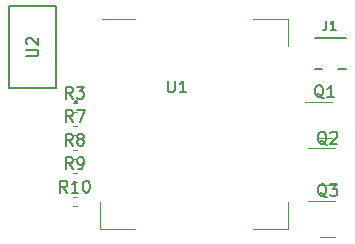
<source format=gbr>
%TF.GenerationSoftware,KiCad,Pcbnew,7.0.6*%
%TF.CreationDate,2024-04-01T13:07:51+03:00*%
%TF.ProjectId,SIM800 GPS Module,53494d38-3030-4204-9750-53204d6f6475,rev?*%
%TF.SameCoordinates,Original*%
%TF.FileFunction,Legend,Top*%
%TF.FilePolarity,Positive*%
%FSLAX46Y46*%
G04 Gerber Fmt 4.6, Leading zero omitted, Abs format (unit mm)*
G04 Created by KiCad (PCBNEW 7.0.6) date 2024-04-01 13:07:51*
%MOMM*%
%LPD*%
G01*
G04 APERTURE LIST*
%ADD10C,0.150000*%
%ADD11C,0.152400*%
%ADD12C,0.120000*%
%ADD13C,0.127000*%
G04 APERTURE END LIST*
D10*
X124676819Y-80454404D02*
X125486342Y-80454404D01*
X125486342Y-80454404D02*
X125581580Y-80406785D01*
X125581580Y-80406785D02*
X125629200Y-80359166D01*
X125629200Y-80359166D02*
X125676819Y-80263928D01*
X125676819Y-80263928D02*
X125676819Y-80073452D01*
X125676819Y-80073452D02*
X125629200Y-79978214D01*
X125629200Y-79978214D02*
X125581580Y-79930595D01*
X125581580Y-79930595D02*
X125486342Y-79882976D01*
X125486342Y-79882976D02*
X124676819Y-79882976D01*
X124772057Y-79454404D02*
X124724438Y-79406785D01*
X124724438Y-79406785D02*
X124676819Y-79311547D01*
X124676819Y-79311547D02*
X124676819Y-79073452D01*
X124676819Y-79073452D02*
X124724438Y-78978214D01*
X124724438Y-78978214D02*
X124772057Y-78930595D01*
X124772057Y-78930595D02*
X124867295Y-78882976D01*
X124867295Y-78882976D02*
X124962533Y-78882976D01*
X124962533Y-78882976D02*
X125105390Y-78930595D01*
X125105390Y-78930595D02*
X125676819Y-79502023D01*
X125676819Y-79502023D02*
X125676819Y-78882976D01*
X136652095Y-82512819D02*
X136652095Y-83322342D01*
X136652095Y-83322342D02*
X136699714Y-83417580D01*
X136699714Y-83417580D02*
X136747333Y-83465200D01*
X136747333Y-83465200D02*
X136842571Y-83512819D01*
X136842571Y-83512819D02*
X137033047Y-83512819D01*
X137033047Y-83512819D02*
X137128285Y-83465200D01*
X137128285Y-83465200D02*
X137175904Y-83417580D01*
X137175904Y-83417580D02*
X137223523Y-83322342D01*
X137223523Y-83322342D02*
X137223523Y-82512819D01*
X138223523Y-83512819D02*
X137652095Y-83512819D01*
X137937809Y-83512819D02*
X137937809Y-82512819D01*
X137937809Y-82512819D02*
X137842571Y-82655676D01*
X137842571Y-82655676D02*
X137747333Y-82750914D01*
X137747333Y-82750914D02*
X137652095Y-82798533D01*
X128133142Y-91994819D02*
X127799809Y-91518628D01*
X127561714Y-91994819D02*
X127561714Y-90994819D01*
X127561714Y-90994819D02*
X127942666Y-90994819D01*
X127942666Y-90994819D02*
X128037904Y-91042438D01*
X128037904Y-91042438D02*
X128085523Y-91090057D01*
X128085523Y-91090057D02*
X128133142Y-91185295D01*
X128133142Y-91185295D02*
X128133142Y-91328152D01*
X128133142Y-91328152D02*
X128085523Y-91423390D01*
X128085523Y-91423390D02*
X128037904Y-91471009D01*
X128037904Y-91471009D02*
X127942666Y-91518628D01*
X127942666Y-91518628D02*
X127561714Y-91518628D01*
X129085523Y-91994819D02*
X128514095Y-91994819D01*
X128799809Y-91994819D02*
X128799809Y-90994819D01*
X128799809Y-90994819D02*
X128704571Y-91137676D01*
X128704571Y-91137676D02*
X128609333Y-91232914D01*
X128609333Y-91232914D02*
X128514095Y-91280533D01*
X129704571Y-90994819D02*
X129799809Y-90994819D01*
X129799809Y-90994819D02*
X129895047Y-91042438D01*
X129895047Y-91042438D02*
X129942666Y-91090057D01*
X129942666Y-91090057D02*
X129990285Y-91185295D01*
X129990285Y-91185295D02*
X130037904Y-91375771D01*
X130037904Y-91375771D02*
X130037904Y-91613866D01*
X130037904Y-91613866D02*
X129990285Y-91804342D01*
X129990285Y-91804342D02*
X129942666Y-91899580D01*
X129942666Y-91899580D02*
X129895047Y-91947200D01*
X129895047Y-91947200D02*
X129799809Y-91994819D01*
X129799809Y-91994819D02*
X129704571Y-91994819D01*
X129704571Y-91994819D02*
X129609333Y-91947200D01*
X129609333Y-91947200D02*
X129561714Y-91899580D01*
X129561714Y-91899580D02*
X129514095Y-91804342D01*
X129514095Y-91804342D02*
X129466476Y-91613866D01*
X129466476Y-91613866D02*
X129466476Y-91375771D01*
X129466476Y-91375771D02*
X129514095Y-91185295D01*
X129514095Y-91185295D02*
X129561714Y-91090057D01*
X129561714Y-91090057D02*
X129609333Y-91042438D01*
X129609333Y-91042438D02*
X129704571Y-90994819D01*
X128609333Y-90004819D02*
X128276000Y-89528628D01*
X128037905Y-90004819D02*
X128037905Y-89004819D01*
X128037905Y-89004819D02*
X128418857Y-89004819D01*
X128418857Y-89004819D02*
X128514095Y-89052438D01*
X128514095Y-89052438D02*
X128561714Y-89100057D01*
X128561714Y-89100057D02*
X128609333Y-89195295D01*
X128609333Y-89195295D02*
X128609333Y-89338152D01*
X128609333Y-89338152D02*
X128561714Y-89433390D01*
X128561714Y-89433390D02*
X128514095Y-89481009D01*
X128514095Y-89481009D02*
X128418857Y-89528628D01*
X128418857Y-89528628D02*
X128037905Y-89528628D01*
X129085524Y-90004819D02*
X129276000Y-90004819D01*
X129276000Y-90004819D02*
X129371238Y-89957200D01*
X129371238Y-89957200D02*
X129418857Y-89909580D01*
X129418857Y-89909580D02*
X129514095Y-89766723D01*
X129514095Y-89766723D02*
X129561714Y-89576247D01*
X129561714Y-89576247D02*
X129561714Y-89195295D01*
X129561714Y-89195295D02*
X129514095Y-89100057D01*
X129514095Y-89100057D02*
X129466476Y-89052438D01*
X129466476Y-89052438D02*
X129371238Y-89004819D01*
X129371238Y-89004819D02*
X129180762Y-89004819D01*
X129180762Y-89004819D02*
X129085524Y-89052438D01*
X129085524Y-89052438D02*
X129037905Y-89100057D01*
X129037905Y-89100057D02*
X128990286Y-89195295D01*
X128990286Y-89195295D02*
X128990286Y-89433390D01*
X128990286Y-89433390D02*
X129037905Y-89528628D01*
X129037905Y-89528628D02*
X129085524Y-89576247D01*
X129085524Y-89576247D02*
X129180762Y-89623866D01*
X129180762Y-89623866D02*
X129371238Y-89623866D01*
X129371238Y-89623866D02*
X129466476Y-89576247D01*
X129466476Y-89576247D02*
X129514095Y-89528628D01*
X129514095Y-89528628D02*
X129561714Y-89433390D01*
X128609333Y-88014819D02*
X128276000Y-87538628D01*
X128037905Y-88014819D02*
X128037905Y-87014819D01*
X128037905Y-87014819D02*
X128418857Y-87014819D01*
X128418857Y-87014819D02*
X128514095Y-87062438D01*
X128514095Y-87062438D02*
X128561714Y-87110057D01*
X128561714Y-87110057D02*
X128609333Y-87205295D01*
X128609333Y-87205295D02*
X128609333Y-87348152D01*
X128609333Y-87348152D02*
X128561714Y-87443390D01*
X128561714Y-87443390D02*
X128514095Y-87491009D01*
X128514095Y-87491009D02*
X128418857Y-87538628D01*
X128418857Y-87538628D02*
X128037905Y-87538628D01*
X129180762Y-87443390D02*
X129085524Y-87395771D01*
X129085524Y-87395771D02*
X129037905Y-87348152D01*
X129037905Y-87348152D02*
X128990286Y-87252914D01*
X128990286Y-87252914D02*
X128990286Y-87205295D01*
X128990286Y-87205295D02*
X129037905Y-87110057D01*
X129037905Y-87110057D02*
X129085524Y-87062438D01*
X129085524Y-87062438D02*
X129180762Y-87014819D01*
X129180762Y-87014819D02*
X129371238Y-87014819D01*
X129371238Y-87014819D02*
X129466476Y-87062438D01*
X129466476Y-87062438D02*
X129514095Y-87110057D01*
X129514095Y-87110057D02*
X129561714Y-87205295D01*
X129561714Y-87205295D02*
X129561714Y-87252914D01*
X129561714Y-87252914D02*
X129514095Y-87348152D01*
X129514095Y-87348152D02*
X129466476Y-87395771D01*
X129466476Y-87395771D02*
X129371238Y-87443390D01*
X129371238Y-87443390D02*
X129180762Y-87443390D01*
X129180762Y-87443390D02*
X129085524Y-87491009D01*
X129085524Y-87491009D02*
X129037905Y-87538628D01*
X129037905Y-87538628D02*
X128990286Y-87633866D01*
X128990286Y-87633866D02*
X128990286Y-87824342D01*
X128990286Y-87824342D02*
X129037905Y-87919580D01*
X129037905Y-87919580D02*
X129085524Y-87967200D01*
X129085524Y-87967200D02*
X129180762Y-88014819D01*
X129180762Y-88014819D02*
X129371238Y-88014819D01*
X129371238Y-88014819D02*
X129466476Y-87967200D01*
X129466476Y-87967200D02*
X129514095Y-87919580D01*
X129514095Y-87919580D02*
X129561714Y-87824342D01*
X129561714Y-87824342D02*
X129561714Y-87633866D01*
X129561714Y-87633866D02*
X129514095Y-87538628D01*
X129514095Y-87538628D02*
X129466476Y-87491009D01*
X129466476Y-87491009D02*
X129371238Y-87443390D01*
X128609333Y-86024819D02*
X128276000Y-85548628D01*
X128037905Y-86024819D02*
X128037905Y-85024819D01*
X128037905Y-85024819D02*
X128418857Y-85024819D01*
X128418857Y-85024819D02*
X128514095Y-85072438D01*
X128514095Y-85072438D02*
X128561714Y-85120057D01*
X128561714Y-85120057D02*
X128609333Y-85215295D01*
X128609333Y-85215295D02*
X128609333Y-85358152D01*
X128609333Y-85358152D02*
X128561714Y-85453390D01*
X128561714Y-85453390D02*
X128514095Y-85501009D01*
X128514095Y-85501009D02*
X128418857Y-85548628D01*
X128418857Y-85548628D02*
X128037905Y-85548628D01*
X128942667Y-85024819D02*
X129609333Y-85024819D01*
X129609333Y-85024819D02*
X129180762Y-86024819D01*
X128609333Y-84034819D02*
X128276000Y-83558628D01*
X128037905Y-84034819D02*
X128037905Y-83034819D01*
X128037905Y-83034819D02*
X128418857Y-83034819D01*
X128418857Y-83034819D02*
X128514095Y-83082438D01*
X128514095Y-83082438D02*
X128561714Y-83130057D01*
X128561714Y-83130057D02*
X128609333Y-83225295D01*
X128609333Y-83225295D02*
X128609333Y-83368152D01*
X128609333Y-83368152D02*
X128561714Y-83463390D01*
X128561714Y-83463390D02*
X128514095Y-83511009D01*
X128514095Y-83511009D02*
X128418857Y-83558628D01*
X128418857Y-83558628D02*
X128037905Y-83558628D01*
X128942667Y-83034819D02*
X129561714Y-83034819D01*
X129561714Y-83034819D02*
X129228381Y-83415771D01*
X129228381Y-83415771D02*
X129371238Y-83415771D01*
X129371238Y-83415771D02*
X129466476Y-83463390D01*
X129466476Y-83463390D02*
X129514095Y-83511009D01*
X129514095Y-83511009D02*
X129561714Y-83606247D01*
X129561714Y-83606247D02*
X129561714Y-83844342D01*
X129561714Y-83844342D02*
X129514095Y-83939580D01*
X129514095Y-83939580D02*
X129466476Y-83987200D01*
X129466476Y-83987200D02*
X129371238Y-84034819D01*
X129371238Y-84034819D02*
X129085524Y-84034819D01*
X129085524Y-84034819D02*
X128990286Y-83987200D01*
X128990286Y-83987200D02*
X128942667Y-83939580D01*
X150097261Y-92384057D02*
X150002023Y-92336438D01*
X150002023Y-92336438D02*
X149906785Y-92241200D01*
X149906785Y-92241200D02*
X149763928Y-92098342D01*
X149763928Y-92098342D02*
X149668690Y-92050723D01*
X149668690Y-92050723D02*
X149573452Y-92050723D01*
X149621071Y-92288819D02*
X149525833Y-92241200D01*
X149525833Y-92241200D02*
X149430595Y-92145961D01*
X149430595Y-92145961D02*
X149382976Y-91955485D01*
X149382976Y-91955485D02*
X149382976Y-91622152D01*
X149382976Y-91622152D02*
X149430595Y-91431676D01*
X149430595Y-91431676D02*
X149525833Y-91336438D01*
X149525833Y-91336438D02*
X149621071Y-91288819D01*
X149621071Y-91288819D02*
X149811547Y-91288819D01*
X149811547Y-91288819D02*
X149906785Y-91336438D01*
X149906785Y-91336438D02*
X150002023Y-91431676D01*
X150002023Y-91431676D02*
X150049642Y-91622152D01*
X150049642Y-91622152D02*
X150049642Y-91955485D01*
X150049642Y-91955485D02*
X150002023Y-92145961D01*
X150002023Y-92145961D02*
X149906785Y-92241200D01*
X149906785Y-92241200D02*
X149811547Y-92288819D01*
X149811547Y-92288819D02*
X149621071Y-92288819D01*
X150382976Y-91288819D02*
X151002023Y-91288819D01*
X151002023Y-91288819D02*
X150668690Y-91669771D01*
X150668690Y-91669771D02*
X150811547Y-91669771D01*
X150811547Y-91669771D02*
X150906785Y-91717390D01*
X150906785Y-91717390D02*
X150954404Y-91765009D01*
X150954404Y-91765009D02*
X151002023Y-91860247D01*
X151002023Y-91860247D02*
X151002023Y-92098342D01*
X151002023Y-92098342D02*
X150954404Y-92193580D01*
X150954404Y-92193580D02*
X150906785Y-92241200D01*
X150906785Y-92241200D02*
X150811547Y-92288819D01*
X150811547Y-92288819D02*
X150525833Y-92288819D01*
X150525833Y-92288819D02*
X150430595Y-92241200D01*
X150430595Y-92241200D02*
X150382976Y-92193580D01*
X150097261Y-87934057D02*
X150002023Y-87886438D01*
X150002023Y-87886438D02*
X149906785Y-87791200D01*
X149906785Y-87791200D02*
X149763928Y-87648342D01*
X149763928Y-87648342D02*
X149668690Y-87600723D01*
X149668690Y-87600723D02*
X149573452Y-87600723D01*
X149621071Y-87838819D02*
X149525833Y-87791200D01*
X149525833Y-87791200D02*
X149430595Y-87695961D01*
X149430595Y-87695961D02*
X149382976Y-87505485D01*
X149382976Y-87505485D02*
X149382976Y-87172152D01*
X149382976Y-87172152D02*
X149430595Y-86981676D01*
X149430595Y-86981676D02*
X149525833Y-86886438D01*
X149525833Y-86886438D02*
X149621071Y-86838819D01*
X149621071Y-86838819D02*
X149811547Y-86838819D01*
X149811547Y-86838819D02*
X149906785Y-86886438D01*
X149906785Y-86886438D02*
X150002023Y-86981676D01*
X150002023Y-86981676D02*
X150049642Y-87172152D01*
X150049642Y-87172152D02*
X150049642Y-87505485D01*
X150049642Y-87505485D02*
X150002023Y-87695961D01*
X150002023Y-87695961D02*
X149906785Y-87791200D01*
X149906785Y-87791200D02*
X149811547Y-87838819D01*
X149811547Y-87838819D02*
X149621071Y-87838819D01*
X150430595Y-86934057D02*
X150478214Y-86886438D01*
X150478214Y-86886438D02*
X150573452Y-86838819D01*
X150573452Y-86838819D02*
X150811547Y-86838819D01*
X150811547Y-86838819D02*
X150906785Y-86886438D01*
X150906785Y-86886438D02*
X150954404Y-86934057D01*
X150954404Y-86934057D02*
X151002023Y-87029295D01*
X151002023Y-87029295D02*
X151002023Y-87124533D01*
X151002023Y-87124533D02*
X150954404Y-87267390D01*
X150954404Y-87267390D02*
X150382976Y-87838819D01*
X150382976Y-87838819D02*
X151002023Y-87838819D01*
X149843261Y-84002057D02*
X149748023Y-83954438D01*
X149748023Y-83954438D02*
X149652785Y-83859200D01*
X149652785Y-83859200D02*
X149509928Y-83716342D01*
X149509928Y-83716342D02*
X149414690Y-83668723D01*
X149414690Y-83668723D02*
X149319452Y-83668723D01*
X149367071Y-83906819D02*
X149271833Y-83859200D01*
X149271833Y-83859200D02*
X149176595Y-83763961D01*
X149176595Y-83763961D02*
X149128976Y-83573485D01*
X149128976Y-83573485D02*
X149128976Y-83240152D01*
X149128976Y-83240152D02*
X149176595Y-83049676D01*
X149176595Y-83049676D02*
X149271833Y-82954438D01*
X149271833Y-82954438D02*
X149367071Y-82906819D01*
X149367071Y-82906819D02*
X149557547Y-82906819D01*
X149557547Y-82906819D02*
X149652785Y-82954438D01*
X149652785Y-82954438D02*
X149748023Y-83049676D01*
X149748023Y-83049676D02*
X149795642Y-83240152D01*
X149795642Y-83240152D02*
X149795642Y-83573485D01*
X149795642Y-83573485D02*
X149748023Y-83763961D01*
X149748023Y-83763961D02*
X149652785Y-83859200D01*
X149652785Y-83859200D02*
X149557547Y-83906819D01*
X149557547Y-83906819D02*
X149367071Y-83906819D01*
X150748023Y-83906819D02*
X150176595Y-83906819D01*
X150462309Y-83906819D02*
X150462309Y-82906819D01*
X150462309Y-82906819D02*
X150367071Y-83049676D01*
X150367071Y-83049676D02*
X150271833Y-83144914D01*
X150271833Y-83144914D02*
X150176595Y-83192533D01*
X150089800Y-77449911D02*
X150089800Y-78022256D01*
X150089800Y-78022256D02*
X150051644Y-78136725D01*
X150051644Y-78136725D02*
X149975331Y-78213038D01*
X149975331Y-78213038D02*
X149860862Y-78251194D01*
X149860862Y-78251194D02*
X149784550Y-78251194D01*
X150891083Y-78251194D02*
X150433207Y-78251194D01*
X150662145Y-78251194D02*
X150662145Y-77449911D01*
X150662145Y-77449911D02*
X150585832Y-77564380D01*
X150585832Y-77564380D02*
X150509520Y-77640693D01*
X150509520Y-77640693D02*
X150433207Y-77678849D01*
D11*
%TO.C,U2*%
X128993900Y-84315300D02*
G75*
G03*
X128993900Y-84315300I-127000J0D01*
G01*
X127203200Y-83172300D02*
X127203200Y-76212700D01*
X127203200Y-76212700D02*
X123240800Y-76212700D01*
X123240800Y-76212700D02*
X123240800Y-83172300D01*
X123240800Y-83172300D02*
X127203200Y-83172300D01*
D12*
%TO.C,U1*%
X130940000Y-95110000D02*
X133900000Y-95110000D01*
X130940000Y-95110000D02*
X130940000Y-92800000D01*
X131050000Y-77290000D02*
X133900000Y-77290000D01*
X146860000Y-95110000D02*
X146860000Y-92800000D01*
X146860000Y-77290000D02*
X143900000Y-77290000D01*
X146860000Y-77290000D02*
X146860000Y-79600000D01*
X146860000Y-95110000D02*
X143900000Y-95110000D01*
%TO.C,R10*%
X128622359Y-92330000D02*
X128929641Y-92330000D01*
X128622359Y-93090000D02*
X128929641Y-93090000D01*
%TO.C,R9*%
X128622359Y-90340000D02*
X128929641Y-90340000D01*
X128622359Y-91100000D02*
X128929641Y-91100000D01*
%TO.C,R8*%
X128622359Y-88350000D02*
X128929641Y-88350000D01*
X128622359Y-89110000D02*
X128929641Y-89110000D01*
%TO.C,R7*%
X128622359Y-86360000D02*
X128929641Y-86360000D01*
X128622359Y-87120000D02*
X128929641Y-87120000D01*
%TO.C,R3*%
X128622359Y-84370000D02*
X128929641Y-84370000D01*
X128622359Y-85130000D02*
X128929641Y-85130000D01*
%TO.C,Q3*%
X150192500Y-92674000D02*
X150842500Y-92674000D01*
X150192500Y-95794000D02*
X150842500Y-95794000D01*
X150192500Y-92674000D02*
X148517500Y-92674000D01*
X150192500Y-95794000D02*
X149542500Y-95794000D01*
%TO.C,Q2*%
X150192500Y-88224000D02*
X150842500Y-88224000D01*
X150192500Y-91344000D02*
X150842500Y-91344000D01*
X150192500Y-88224000D02*
X148517500Y-88224000D01*
X150192500Y-91344000D02*
X149542500Y-91344000D01*
%TO.C,Q1*%
X149938500Y-84292000D02*
X150588500Y-84292000D01*
X149938500Y-87412000D02*
X150588500Y-87412000D01*
X149938500Y-84292000D02*
X148263500Y-84292000D01*
X149938500Y-87412000D02*
X149288500Y-87412000D01*
D13*
%TO.C,J1*%
X149117000Y-78900000D02*
X151717000Y-78900000D01*
X149117000Y-81500000D02*
X149747000Y-81500000D01*
X151717000Y-81500000D02*
X151087000Y-81500000D01*
%TD*%
M02*

</source>
